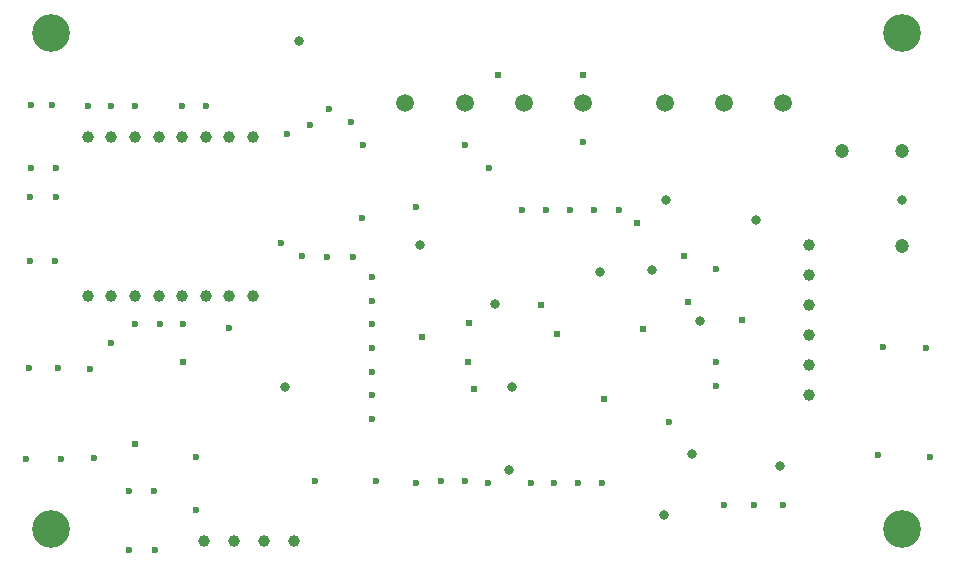
<source format=gbr>
G04 DesignSpark PCB Gerber Version 10.0 Build 5299*
G04 #@! TF.Part,Single*
G04 #@! TF.FilePolarity,Positive*
%FSLAX35Y35*%
%MOIN*%
G04 #@! TA.AperFunction,ComponentDrill*
%ADD119C,0.02362*%
G04 #@! TA.AperFunction,ViaDrill*
%ADD117C,0.02400*%
G04 #@! TA.AperFunction,ComponentDrill*
%ADD121C,0.03150*%
G04 #@! TA.AperFunction,ViaDrill*
%ADD116C,0.03200*%
G04 #@! TA.AperFunction,ComponentDrill*
%ADD118C,0.03937*%
%ADD123C,0.04724*%
%ADD122C,0.05900*%
%ADD120C,0.12598*%
G04 #@! TD.AperFunction*
X0Y0D02*
D02*
D116*
X93951Y63242D03*
X138833Y110486D03*
X164030Y90801D03*
X168754Y35683D03*
X169541Y63242D03*
X199069Y101431D03*
X216392Y102219D03*
X220329Y20722D03*
X220919Y125447D03*
X229778Y40801D03*
X232140Y85289D03*
X250841Y118754D03*
X258911Y36864D03*
X299463Y125447D03*
D02*
D117*
X43951Y44344D03*
X60093Y71510D03*
X139620Y79778D03*
X154974Y71510D03*
X155368Y84502D03*
X156943Y62455D03*
X164817Y167179D03*
X179384Y90407D03*
X184502Y80959D03*
X193163Y167179D03*
X200250Y59305D03*
X211274Y117967D03*
X213242Y82533D03*
X227022Y106943D03*
X228203Y91589D03*
X246313Y85683D03*
D02*
D118*
X28203Y93557D03*
Y146707D03*
X36077Y93557D03*
Y146707D03*
X43951Y93557D03*
Y146707D03*
X51825Y93557D03*
Y146707D03*
X59699Y93557D03*
Y146707D03*
X67100Y12061D03*
X67573Y93557D03*
Y146707D03*
X75447Y93557D03*
Y146707D03*
X77100Y12061D03*
X83321Y93557D03*
Y146707D03*
X87100Y12061D03*
X97100D03*
X268754Y60486D03*
Y70486D03*
Y80486D03*
Y90486D03*
Y100486D03*
Y110486D03*
D02*
D119*
X7730Y39226D03*
X8518Y69541D03*
X8911Y105368D03*
Y126628D03*
X9305Y136077D03*
Y157337D03*
X16392D03*
X17179Y105368D03*
X17573Y126628D03*
Y136077D03*
X18360Y69541D03*
X19148Y39226D03*
X28203Y156943D03*
X28990Y69148D03*
X30171Y39620D03*
X36077Y77809D03*
Y156943D03*
X41982Y8911D03*
Y28596D03*
X43951Y84108D03*
Y156943D03*
X50250Y28596D03*
X50644Y8911D03*
X52219Y84108D03*
X59699Y156943D03*
X60093Y84108D03*
X64423Y22297D03*
Y40014D03*
X67573Y156943D03*
X75447Y82927D03*
X92770Y111274D03*
X94738Y147494D03*
X99463Y106943D03*
X102219Y150644D03*
X103793Y31746D03*
X108124Y106549D03*
X108518Y155762D03*
X115998Y151431D03*
X116785Y106549D03*
X119541Y119541D03*
X119935Y143951D03*
X123085Y52612D03*
Y60486D03*
Y68360D03*
Y76234D03*
Y84108D03*
Y91982D03*
Y99856D03*
X124266Y31746D03*
X137652Y31352D03*
Y123085D03*
X145919Y31746D03*
X153793D03*
Y143951D03*
X161667Y31352D03*
X162061Y136077D03*
X173085Y122297D03*
X175841Y31352D03*
X180959Y122297D03*
X183715Y31352D03*
X188833Y122297D03*
X191589Y31352D03*
X193163Y144738D03*
X197100Y122297D03*
X199463Y31352D03*
X205368Y122297D03*
X221904Y51431D03*
X237652Y63636D03*
Y71510D03*
Y102612D03*
X240407Y23872D03*
X250250D03*
X260093D03*
X291589Y40407D03*
X293163Y76628D03*
X307730Y76234D03*
X308911Y40014D03*
D02*
D120*
X15998Y15998D03*
Y181352D03*
X299463Y15998D03*
Y181352D03*
D02*
D121*
X98675Y178596D03*
D02*
D122*
X134108Y157730D03*
X153793D03*
X173478D03*
X193163D03*
X220722D03*
X240407D03*
X260093D03*
D02*
D123*
X279778Y141982D03*
X299463Y110093D03*
Y141982D03*
X0Y0D02*
M02*

</source>
